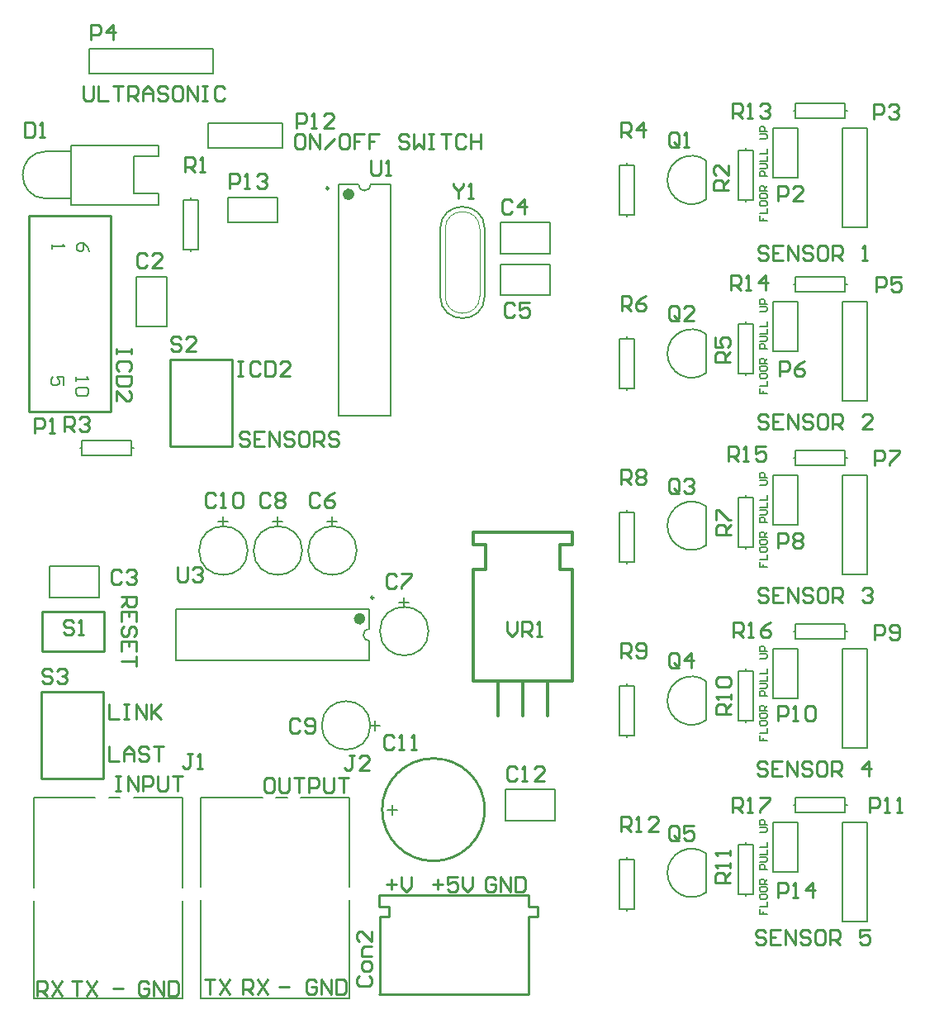
<source format=gto>
%FSLAX23Y23*%
%MOIN*%
G70*
G01*
G75*
%ADD10C,0.047*%
%ADD11C,0.020*%
%ADD12C,0.010*%
%ADD13C,0.055*%
%ADD14R,0.059X0.059*%
%ADD15C,0.059*%
%ADD16C,0.070*%
%ADD17R,0.059X0.059*%
%ADD18C,0.065*%
%ADD19C,0.120*%
%ADD20P,0.130X8X202.5*%
%ADD21C,0.060*%
G04:AMPARAMS|DCode=22|XSize=80mil|YSize=100mil|CornerRadius=0mil|HoleSize=0mil|Usage=FLASHONLY|Rotation=0.000|XOffset=0mil|YOffset=0mil|HoleType=Round|Shape=Octagon|*
%AMOCTAGOND22*
4,1,8,-0.020,0.050,0.020,0.050,0.040,0.030,0.040,-0.030,0.020,-0.050,-0.020,-0.050,-0.040,-0.030,-0.040,0.030,-0.020,0.050,0.0*
%
%ADD22OCTAGOND22*%

%ADD23P,0.213X8X22.5*%
%ADD24C,0.059*%
%ADD25C,0.116*%
%ADD26R,0.059X0.059*%
%ADD27C,0.049*%
%ADD28R,0.049X0.049*%
%ADD29R,0.049X0.049*%
%ADD30O,0.100X0.060*%
G04:AMPARAMS|DCode=31|XSize=100mil|YSize=60mil|CornerRadius=0mil|HoleSize=0mil|Usage=FLASHONLY|Rotation=0.000|XOffset=0mil|YOffset=0mil|HoleType=Round|Shape=Octagon|*
%AMOCTAGOND31*
4,1,8,0.050,-0.015,0.050,0.015,0.035,0.030,-0.035,0.030,-0.050,0.015,-0.050,-0.015,-0.035,-0.030,0.035,-0.030,0.050,-0.015,0.0*
%
%ADD31OCTAGOND31*%

%ADD32R,0.055X0.055*%
%ADD33C,0.055*%
%ADD34O,0.055X0.035*%
%ADD35P,0.216X8X22.5*%
%ADD36C,0.050*%
%ADD37R,0.070X0.040*%
%ADD38R,0.075X0.040*%
%ADD39C,0.005*%
%ADD40C,0.008*%
%ADD41C,0.010*%
%ADD42C,0.024*%
%ADD43C,0.002*%
%ADD44C,0.006*%
%ADD45C,0.012*%
%ADD46C,0.006*%
%ADD47C,0.008*%
D12*
X2521Y1096D02*
Y1410D01*
X2520Y1450D02*
Y1495D01*
X3121Y1096D02*
Y1410D01*
X3121Y1450D02*
Y1495D01*
X2520D02*
X3121D01*
X2520Y1095D02*
X3121D01*
X3121Y1450D02*
X3160D01*
Y1411D02*
Y1450D01*
X3121Y1410D02*
X3160D01*
X2521D02*
X2560D01*
Y1411D02*
Y1450D01*
X2521D02*
X2560D01*
X1675Y3305D02*
Y3655D01*
Y3305D02*
X1925D01*
Y3655D01*
X1675D02*
X1925D01*
X1155Y1965D02*
Y2315D01*
Y1965D02*
X1405D01*
Y2315D01*
X1155D02*
X1405D01*
X1105Y4235D02*
X1435D01*
Y3445D02*
Y4235D01*
X1105Y3445D02*
X1435D01*
X1105D02*
Y4235D01*
X1410Y2480D02*
Y2640D01*
X1160D02*
X1410D01*
X1160Y2480D02*
Y2640D01*
Y2480D02*
X1410D01*
X3945Y1830D02*
Y1890D01*
X3975D01*
X3985Y1880D01*
Y1860D01*
X3975Y1850D01*
X3945D01*
X3965D02*
X3985Y1830D01*
X4005D02*
X4025D01*
X4015D01*
Y1890D01*
X4005Y1880D01*
X4055Y1890D02*
X4095D01*
Y1880D01*
X4055Y1840D01*
Y1830D01*
X3950Y2535D02*
Y2595D01*
X3980D01*
X3990Y2585D01*
Y2565D01*
X3980Y2555D01*
X3950D01*
X3970D02*
X3990Y2535D01*
X4010D02*
X4030D01*
X4020D01*
Y2595D01*
X4010Y2585D01*
X4100Y2595D02*
X4080Y2585D01*
X4060Y2565D01*
Y2545D01*
X4070Y2535D01*
X4090D01*
X4100Y2545D01*
Y2555D01*
X4090Y2565D01*
X4060D01*
X3930Y3245D02*
Y3305D01*
X3960D01*
X3970Y3295D01*
Y3275D01*
X3960Y3265D01*
X3930D01*
X3950D02*
X3970Y3245D01*
X3990D02*
X4010D01*
X4000D01*
Y3305D01*
X3990Y3295D01*
X4080Y3305D02*
X4040D01*
Y3275D01*
X4060Y3285D01*
X4070D01*
X4080Y3275D01*
Y3255D01*
X4070Y3245D01*
X4050D01*
X4040Y3255D01*
X3940Y3935D02*
Y3995D01*
X3970D01*
X3980Y3985D01*
Y3965D01*
X3970Y3955D01*
X3940D01*
X3960D02*
X3980Y3935D01*
X4000D02*
X4020D01*
X4010D01*
Y3995D01*
X4000Y3985D01*
X4080Y3935D02*
Y3995D01*
X4050Y3965D01*
X4090D01*
X3945Y4630D02*
Y4690D01*
X3975D01*
X3985Y4680D01*
Y4660D01*
X3975Y4650D01*
X3945D01*
X3965D02*
X3985Y4630D01*
X4005D02*
X4025D01*
X4015D01*
Y4690D01*
X4005Y4680D01*
X4055D02*
X4065Y4690D01*
X4085D01*
X4095Y4680D01*
Y4670D01*
X4085Y4660D01*
X4075D01*
X4085D01*
X4095Y4650D01*
Y4640D01*
X4085Y4630D01*
X4065D01*
X4055Y4640D01*
X1356Y4944D02*
Y5004D01*
X1386D01*
X1396Y4994D01*
Y4974D01*
X1386Y4964D01*
X1356D01*
X1446Y4944D02*
Y5004D01*
X1416Y4974D01*
X1456D01*
X4130Y1485D02*
Y1545D01*
X4160D01*
X4170Y1535D01*
Y1515D01*
X4160Y1505D01*
X4130D01*
X4190Y1485D02*
X4210D01*
X4200D01*
Y1545D01*
X4190Y1535D01*
X4270Y1485D02*
Y1545D01*
X4240Y1515D01*
X4280D01*
X4130Y2200D02*
Y2260D01*
X4160D01*
X4170Y2250D01*
Y2230D01*
X4160Y2220D01*
X4130D01*
X4190Y2200D02*
X4210D01*
X4200D01*
Y2260D01*
X4190Y2250D01*
X4240D02*
X4250Y2260D01*
X4270D01*
X4280Y2250D01*
Y2210D01*
X4270Y2200D01*
X4250D01*
X4240Y2210D01*
Y2250D01*
X4130Y2895D02*
Y2955D01*
X4160D01*
X4170Y2945D01*
Y2925D01*
X4160Y2915D01*
X4130D01*
X4190Y2945D02*
X4200Y2955D01*
X4220D01*
X4230Y2945D01*
Y2935D01*
X4220Y2925D01*
X4230Y2915D01*
Y2905D01*
X4220Y2895D01*
X4200D01*
X4190Y2905D01*
Y2915D01*
X4200Y2925D01*
X4190Y2935D01*
Y2945D01*
X4200Y2925D02*
X4220D01*
X4135Y3590D02*
Y3650D01*
X4165D01*
X4175Y3640D01*
Y3620D01*
X4165Y3610D01*
X4135D01*
X4235Y3650D02*
X4215Y3640D01*
X4195Y3620D01*
Y3600D01*
X4205Y3590D01*
X4225D01*
X4235Y3600D01*
Y3610D01*
X4225Y3620D01*
X4195D01*
X4130Y4295D02*
Y4355D01*
X4160D01*
X4170Y4345D01*
Y4325D01*
X4160Y4315D01*
X4130D01*
X4230Y4295D02*
X4190D01*
X4230Y4335D01*
Y4345D01*
X4220Y4355D01*
X4200D01*
X4190Y4345D01*
X2440Y1170D02*
X2430Y1160D01*
Y1140D01*
X2440Y1130D01*
X2480D01*
X2490Y1140D01*
Y1160D01*
X2480Y1170D01*
X2490Y1200D02*
Y1220D01*
X2480Y1230D01*
X2460D01*
X2450Y1220D01*
Y1200D01*
X2460Y1190D01*
X2480D01*
X2490Y1200D01*
Y1250D02*
X2450D01*
Y1280D01*
X2460Y1290D01*
X2490D01*
Y1350D02*
Y1310D01*
X2450Y1350D01*
X2440D01*
X2430Y1340D01*
Y1320D01*
X2440Y1310D01*
X1720Y3740D02*
X1710Y3750D01*
X1690D01*
X1680Y3740D01*
Y3730D01*
X1690Y3720D01*
X1710D01*
X1720Y3710D01*
Y3700D01*
X1710Y3690D01*
X1690D01*
X1680Y3700D01*
X1780Y3690D02*
X1740D01*
X1780Y3730D01*
Y3740D01*
X1770Y3750D01*
X1750D01*
X1740Y3740D01*
X2820Y4365D02*
Y4355D01*
X2840Y4335D01*
X2860Y4355D01*
Y4365D01*
X2840Y4335D02*
Y4305D01*
X2880D02*
X2900D01*
X2890D01*
Y4365D01*
X2880Y4355D01*
X3035Y2600D02*
Y2560D01*
X3055Y2540D01*
X3075Y2560D01*
Y2600D01*
X3095Y2540D02*
Y2600D01*
X3125D01*
X3135Y2590D01*
Y2570D01*
X3125Y2560D01*
X3095D01*
X3115D02*
X3135Y2540D01*
X3155D02*
X3175D01*
X3165D01*
Y2600D01*
X3155Y2590D01*
X1706Y2819D02*
Y2769D01*
X1716Y2759D01*
X1736D01*
X1746Y2769D01*
Y2819D01*
X1766Y2809D02*
X1776Y2819D01*
X1796D01*
X1806Y2809D01*
Y2799D01*
X1796Y2789D01*
X1786D01*
X1796D01*
X1806Y2779D01*
Y2769D01*
X1796Y2759D01*
X1776D01*
X1766Y2769D01*
X2485Y4460D02*
Y4410D01*
X2495Y4400D01*
X2515D01*
X2525Y4410D01*
Y4460D01*
X2545Y4400D02*
X2565D01*
X2555D01*
Y4460D01*
X2545Y4450D01*
X1200Y2400D02*
X1190Y2410D01*
X1170D01*
X1160Y2400D01*
Y2390D01*
X1170Y2380D01*
X1190D01*
X1200Y2370D01*
Y2360D01*
X1190Y2350D01*
X1170D01*
X1160Y2360D01*
X1220Y2400D02*
X1230Y2410D01*
X1250D01*
X1260Y2400D01*
Y2390D01*
X1250Y2380D01*
X1240D01*
X1250D01*
X1260Y2370D01*
Y2360D01*
X1250Y2350D01*
X1230D01*
X1220Y2360D01*
X1285Y2595D02*
X1275Y2605D01*
X1255D01*
X1245Y2595D01*
Y2585D01*
X1255Y2575D01*
X1275D01*
X1285Y2565D01*
Y2555D01*
X1275Y2545D01*
X1255D01*
X1245Y2555D01*
X1305Y2545D02*
X1325D01*
X1315D01*
Y2605D01*
X1305Y2595D01*
X1248Y3364D02*
Y3424D01*
X1278D01*
X1288Y3414D01*
Y3394D01*
X1278Y3384D01*
X1248D01*
X1268D02*
X1288Y3364D01*
X1308Y3414D02*
X1318Y3424D01*
X1338D01*
X1348Y3414D01*
Y3404D01*
X1338Y3394D01*
X1328D01*
X1338D01*
X1348Y3384D01*
Y3374D01*
X1338Y3364D01*
X1318D01*
X1308Y3374D01*
X2420Y2060D02*
X2400D01*
X2410D01*
Y2010D01*
X2400Y2000D01*
X2390D01*
X2380Y2010D01*
X2480Y2000D02*
X2440D01*
X2480Y2040D01*
Y2050D01*
X2470Y2060D01*
X2450D01*
X2440Y2050D01*
X1765Y2065D02*
X1745D01*
X1755D01*
Y2015D01*
X1745Y2005D01*
X1735D01*
X1725Y2015D01*
X1785Y2005D02*
X1805D01*
X1795D01*
Y2065D01*
X1785Y2055D01*
X3076Y2007D02*
X3066Y2017D01*
X3046D01*
X3036Y2007D01*
Y1967D01*
X3046Y1957D01*
X3066D01*
X3076Y1967D01*
X3096Y1957D02*
X3116D01*
X3106D01*
Y2017D01*
X3096Y2007D01*
X3186Y1957D02*
X3146D01*
X3186Y1997D01*
Y2007D01*
X3176Y2017D01*
X3156D01*
X3146Y2007D01*
X2577Y2132D02*
X2567Y2142D01*
X2547D01*
X2537Y2132D01*
Y2092D01*
X2547Y2082D01*
X2567D01*
X2577Y2092D01*
X2597Y2082D02*
X2617D01*
X2607D01*
Y2142D01*
X2597Y2132D01*
X2647Y2082D02*
X2667D01*
X2657D01*
Y2142D01*
X2647Y2132D01*
X1857Y3108D02*
X1847Y3118D01*
X1827D01*
X1817Y3108D01*
Y3068D01*
X1827Y3058D01*
X1847D01*
X1857Y3068D01*
X1877Y3058D02*
X1897D01*
X1887D01*
Y3118D01*
X1877Y3108D01*
X1927D02*
X1937Y3118D01*
X1957D01*
X1967Y3108D01*
Y3068D01*
X1957Y3058D01*
X1937D01*
X1927Y3068D01*
Y3108D01*
X2200Y2200D02*
X2190Y2210D01*
X2170D01*
X2160Y2200D01*
Y2160D01*
X2170Y2150D01*
X2190D01*
X2200Y2160D01*
X2220D02*
X2230Y2150D01*
X2250D01*
X2260Y2160D01*
Y2200D01*
X2250Y2210D01*
X2230D01*
X2220Y2200D01*
Y2190D01*
X2230Y2180D01*
X2260D01*
X2077Y3108D02*
X2067Y3118D01*
X2047D01*
X2037Y3108D01*
Y3068D01*
X2047Y3058D01*
X2067D01*
X2077Y3068D01*
X2097Y3108D02*
X2107Y3118D01*
X2127D01*
X2137Y3108D01*
Y3098D01*
X2127Y3088D01*
X2137Y3078D01*
Y3068D01*
X2127Y3058D01*
X2107D01*
X2097Y3068D01*
Y3078D01*
X2107Y3088D01*
X2097Y3098D01*
Y3108D01*
X2107Y3088D02*
X2127D01*
X2587Y2782D02*
X2577Y2792D01*
X2557D01*
X2547Y2782D01*
Y2742D01*
X2557Y2732D01*
X2577D01*
X2587Y2742D01*
X2607Y2792D02*
X2647D01*
Y2782D01*
X2607Y2742D01*
Y2732D01*
X2278Y3108D02*
X2268Y3118D01*
X2248D01*
X2238Y3108D01*
Y3068D01*
X2248Y3058D01*
X2268D01*
X2278Y3068D01*
X2338Y3118D02*
X2318Y3108D01*
X2298Y3088D01*
Y3068D01*
X2308Y3058D01*
X2328D01*
X2338Y3068D01*
Y3078D01*
X2328Y3088D01*
X2298D01*
X3065Y3875D02*
X3055Y3885D01*
X3035D01*
X3025Y3875D01*
Y3835D01*
X3035Y3825D01*
X3055D01*
X3065Y3835D01*
X3125Y3885D02*
X3085D01*
Y3855D01*
X3105Y3865D01*
X3115D01*
X3125Y3855D01*
Y3835D01*
X3115Y3825D01*
X3095D01*
X3085Y3835D01*
X3056Y4292D02*
X3046Y4302D01*
X3026D01*
X3016Y4292D01*
Y4252D01*
X3026Y4242D01*
X3046D01*
X3056Y4252D01*
X3106Y4242D02*
Y4302D01*
X3076Y4272D01*
X3116D01*
X1480Y2800D02*
X1470Y2810D01*
X1450D01*
X1440Y2800D01*
Y2760D01*
X1450Y2750D01*
X1470D01*
X1480Y2760D01*
X1500Y2800D02*
X1510Y2810D01*
X1530D01*
X1540Y2800D01*
Y2790D01*
X1530Y2780D01*
X1520D01*
X1530D01*
X1540Y2770D01*
Y2760D01*
X1530Y2750D01*
X1510D01*
X1500Y2760D01*
X1583Y4074D02*
X1573Y4084D01*
X1553D01*
X1543Y4074D01*
Y4034D01*
X1553Y4024D01*
X1573D01*
X1583Y4034D01*
X1643Y4024D02*
X1603D01*
X1643Y4064D01*
Y4074D01*
X1633Y4084D01*
X1613D01*
X1603Y4074D01*
X1520Y3700D02*
Y3680D01*
Y3690D01*
X1460D01*
Y3700D01*
Y3680D01*
X1510Y3610D02*
X1520Y3620D01*
Y3640D01*
X1510Y3650D01*
X1470D01*
X1460Y3640D01*
Y3620D01*
X1470Y3610D01*
X1520Y3590D02*
X1460D01*
Y3560D01*
X1470Y3550D01*
X1510D01*
X1520Y3560D01*
Y3590D01*
X1460Y3490D02*
Y3530D01*
X1500Y3490D01*
X1510D01*
X1520Y3500D01*
Y3520D01*
X1510Y3530D01*
X1130Y3360D02*
Y3420D01*
X1160D01*
X1170Y3410D01*
Y3390D01*
X1160Y3380D01*
X1130D01*
X1190Y3360D02*
X1210D01*
X1200D01*
Y3420D01*
X1190Y3410D01*
X1736Y4412D02*
Y4472D01*
X1766D01*
X1776Y4462D01*
Y4442D01*
X1766Y4432D01*
X1736D01*
X1756D02*
X1776Y4412D01*
X1796D02*
X1816D01*
X1806D01*
Y4472D01*
X1796Y4462D01*
X1087Y4612D02*
Y4552D01*
X1117D01*
X1127Y4562D01*
Y4602D01*
X1117Y4612D01*
X1087D01*
X1147Y4552D02*
X1167D01*
X1157D01*
Y4612D01*
X1147Y4602D01*
X3930Y4340D02*
X3870D01*
Y4370D01*
X3880Y4380D01*
X3900D01*
X3910Y4370D01*
Y4340D01*
Y4360D02*
X3930Y4380D01*
Y4440D02*
Y4400D01*
X3890Y4440D01*
X3880D01*
X3870Y4430D01*
Y4410D01*
X3880Y4400D01*
X4515Y4625D02*
Y4685D01*
X4545D01*
X4555Y4675D01*
Y4655D01*
X4545Y4645D01*
X4515D01*
X4575Y4675D02*
X4585Y4685D01*
X4605D01*
X4615Y4675D01*
Y4665D01*
X4605Y4655D01*
X4595D01*
X4605D01*
X4615Y4645D01*
Y4635D01*
X4605Y4625D01*
X4585D01*
X4575Y4635D01*
X3728Y4522D02*
Y4562D01*
X3718Y4572D01*
X3698D01*
X3688Y4562D01*
Y4522D01*
X3698Y4512D01*
X3718D01*
X3708Y4532D02*
X3728Y4512D01*
X3718D02*
X3728Y4522D01*
X3748Y4512D02*
X3768D01*
X3758D01*
Y4572D01*
X3748Y4562D01*
X3496Y4552D02*
Y4612D01*
X3526D01*
X3536Y4602D01*
Y4582D01*
X3526Y4572D01*
X3496D01*
X3516D02*
X3536Y4552D01*
X3586D02*
Y4612D01*
X3556Y4582D01*
X3596D01*
X3935Y1545D02*
X3875D01*
Y1575D01*
X3885Y1585D01*
X3905D01*
X3915Y1575D01*
Y1545D01*
Y1565D02*
X3935Y1585D01*
Y1605D02*
Y1625D01*
Y1615D01*
X3875D01*
X3885Y1605D01*
X3935Y1655D02*
Y1675D01*
Y1665D01*
X3875D01*
X3885Y1655D01*
X3496Y1752D02*
Y1812D01*
X3526D01*
X3536Y1802D01*
Y1782D01*
X3526Y1772D01*
X3496D01*
X3516D02*
X3536Y1752D01*
X3556D02*
X3576D01*
X3566D01*
Y1812D01*
X3556Y1802D01*
X3646Y1752D02*
X3606D01*
X3646Y1792D01*
Y1802D01*
X3636Y1812D01*
X3616D01*
X3606Y1802D01*
X3940Y2225D02*
X3880D01*
Y2255D01*
X3890Y2265D01*
X3910D01*
X3920Y2255D01*
Y2225D01*
Y2245D02*
X3940Y2265D01*
Y2285D02*
Y2305D01*
Y2295D01*
X3880D01*
X3890Y2285D01*
Y2335D02*
X3880Y2345D01*
Y2365D01*
X3890Y2375D01*
X3930D01*
X3940Y2365D01*
Y2345D01*
X3930Y2335D01*
X3890D01*
X3940Y2950D02*
X3880D01*
Y2980D01*
X3890Y2990D01*
X3910D01*
X3920Y2980D01*
Y2950D01*
Y2970D02*
X3940Y2990D01*
X3880Y3010D02*
Y3050D01*
X3890D01*
X3930Y3010D01*
X3940D01*
X3496Y2452D02*
Y2512D01*
X3526D01*
X3536Y2502D01*
Y2482D01*
X3526Y2472D01*
X3496D01*
X3516D02*
X3536Y2452D01*
X3556Y2462D02*
X3566Y2452D01*
X3586D01*
X3596Y2462D01*
Y2502D01*
X3586Y2512D01*
X3566D01*
X3556Y2502D01*
Y2492D01*
X3566Y2482D01*
X3596D01*
X3496Y3152D02*
Y3212D01*
X3526D01*
X3536Y3202D01*
Y3182D01*
X3526Y3172D01*
X3496D01*
X3516D02*
X3536Y3152D01*
X3556Y3202D02*
X3566Y3212D01*
X3586D01*
X3596Y3202D01*
Y3192D01*
X3586Y3182D01*
X3596Y3172D01*
Y3162D01*
X3586Y3152D01*
X3566D01*
X3556Y3162D01*
Y3172D01*
X3566Y3182D01*
X3556Y3192D01*
Y3202D01*
X3566Y3182D02*
X3586D01*
X3935Y3645D02*
X3875D01*
Y3675D01*
X3885Y3685D01*
X3905D01*
X3915Y3675D01*
Y3645D01*
Y3665D02*
X3935Y3685D01*
X3875Y3745D02*
Y3705D01*
X3905D01*
X3895Y3725D01*
Y3735D01*
X3905Y3745D01*
X3925D01*
X3935Y3735D01*
Y3715D01*
X3925Y3705D01*
X3497Y3852D02*
Y3911D01*
X3526D01*
X3536Y3901D01*
Y3881D01*
X3526Y3871D01*
X3497D01*
X3516D02*
X3536Y3852D01*
X3596Y3911D02*
X3576Y3901D01*
X3556Y3881D01*
Y3861D01*
X3566Y3852D01*
X3586D01*
X3596Y3861D01*
Y3871D01*
X3586Y3881D01*
X3556D01*
X3728Y1726D02*
Y1766D01*
X3718Y1776D01*
X3698D01*
X3688Y1766D01*
Y1726D01*
X3698Y1717D01*
X3718D01*
X3708Y1736D02*
X3728Y1717D01*
X3718D02*
X3728Y1726D01*
X3788Y1776D02*
X3748D01*
Y1746D01*
X3768Y1756D01*
X3778D01*
X3788Y1746D01*
Y1726D01*
X3778Y1717D01*
X3758D01*
X3748Y1726D01*
X3728Y2421D02*
Y2461D01*
X3718Y2471D01*
X3698D01*
X3688Y2461D01*
Y2421D01*
X3698Y2411D01*
X3718D01*
X3708Y2431D02*
X3728Y2411D01*
X3718D02*
X3728Y2421D01*
X3778Y2411D02*
Y2471D01*
X3748Y2441D01*
X3788D01*
X3728Y3126D02*
Y3166D01*
X3718Y3176D01*
X3698D01*
X3688Y3166D01*
Y3126D01*
X3698Y3116D01*
X3718D01*
X3708Y3136D02*
X3728Y3116D01*
X3718D02*
X3728Y3126D01*
X3748Y3166D02*
X3758Y3176D01*
X3778D01*
X3788Y3166D01*
Y3156D01*
X3778Y3146D01*
X3768D01*
X3778D01*
X3788Y3136D01*
Y3126D01*
X3778Y3116D01*
X3758D01*
X3748Y3126D01*
X3728Y3821D02*
Y3861D01*
X3718Y3871D01*
X3698D01*
X3688Y3861D01*
Y3821D01*
X3698Y3812D01*
X3718D01*
X3708Y3831D02*
X3728Y3812D01*
X3718D02*
X3728Y3821D01*
X3788Y3812D02*
X3748D01*
X3788Y3851D01*
Y3861D01*
X3778Y3871D01*
X3758D01*
X3748Y3861D01*
X1916Y4344D02*
Y4404D01*
X1946D01*
X1956Y4394D01*
Y4374D01*
X1946Y4364D01*
X1916D01*
X1976Y4344D02*
X1996D01*
X1986D01*
Y4404D01*
X1976Y4394D01*
X2026D02*
X2036Y4404D01*
X2056D01*
X2066Y4394D01*
Y4384D01*
X2056Y4374D01*
X2046D01*
X2056D01*
X2066Y4364D01*
Y4354D01*
X2056Y4344D01*
X2036D01*
X2026Y4354D01*
X2185Y4590D02*
Y4650D01*
X2215D01*
X2225Y4640D01*
Y4620D01*
X2215Y4610D01*
X2185D01*
X2245Y4590D02*
X2265D01*
X2255D01*
Y4650D01*
X2245Y4640D01*
X2335Y4590D02*
X2295D01*
X2335Y4630D01*
Y4640D01*
X2325Y4650D01*
X2305D01*
X2295Y4640D01*
X4500Y1830D02*
Y1890D01*
X4530D01*
X4540Y1880D01*
Y1860D01*
X4530Y1850D01*
X4500D01*
X4560Y1830D02*
X4580D01*
X4570D01*
Y1890D01*
X4560Y1880D01*
X4610Y1830D02*
X4630D01*
X4620D01*
Y1890D01*
X4610Y1880D01*
X4520Y2525D02*
Y2585D01*
X4550D01*
X4560Y2575D01*
Y2555D01*
X4550Y2545D01*
X4520D01*
X4580Y2535D02*
X4590Y2525D01*
X4610D01*
X4620Y2535D01*
Y2575D01*
X4610Y2585D01*
X4590D01*
X4580Y2575D01*
Y2565D01*
X4590Y2555D01*
X4620D01*
X4520Y3230D02*
Y3290D01*
X4550D01*
X4560Y3280D01*
Y3260D01*
X4550Y3250D01*
X4520D01*
X4580Y3290D02*
X4620D01*
Y3280D01*
X4580Y3240D01*
Y3230D01*
X4525Y3930D02*
Y3990D01*
X4555D01*
X4565Y3980D01*
Y3960D01*
X4555Y3950D01*
X4525D01*
X4625Y3990D02*
X4585D01*
Y3960D01*
X4605Y3970D01*
X4615D01*
X4625Y3960D01*
Y3940D01*
X4615Y3930D01*
X4595D01*
X4585Y3940D01*
X2210Y4565D02*
X2190D01*
X2180Y4555D01*
Y4515D01*
X2190Y4505D01*
X2210D01*
X2220Y4515D01*
Y4555D01*
X2210Y4565D01*
X2240Y4505D02*
Y4565D01*
X2280Y4505D01*
Y4565D01*
X2300Y4505D02*
X2340Y4545D01*
X2390Y4565D02*
X2370D01*
X2360Y4555D01*
Y4515D01*
X2370Y4505D01*
X2390D01*
X2400Y4515D01*
Y4555D01*
X2390Y4565D01*
X2460D02*
X2420D01*
Y4535D01*
X2440D01*
X2420D01*
Y4505D01*
X2520Y4565D02*
X2480D01*
Y4535D01*
X2500D01*
X2480D01*
Y4505D01*
X2640Y4555D02*
X2630Y4565D01*
X2610D01*
X2600Y4555D01*
Y4545D01*
X2610Y4535D01*
X2630D01*
X2640Y4525D01*
Y4515D01*
X2630Y4505D01*
X2610D01*
X2600Y4515D01*
X2660Y4565D02*
Y4505D01*
X2680Y4525D01*
X2700Y4505D01*
Y4565D01*
X2720D02*
X2740D01*
X2730D01*
Y4505D01*
X2720D01*
X2740D01*
X2770Y4565D02*
X2810D01*
X2790D01*
Y4505D01*
X2870Y4555D02*
X2860Y4565D01*
X2840D01*
X2830Y4555D01*
Y4515D01*
X2840Y4505D01*
X2860D01*
X2870Y4515D01*
X2890Y4565D02*
Y4505D01*
Y4535D01*
X2930D01*
Y4565D01*
Y4505D01*
X1325Y4760D02*
Y4710D01*
X1335Y4700D01*
X1355D01*
X1365Y4710D01*
Y4760D01*
X1385D02*
Y4700D01*
X1425D01*
X1445Y4760D02*
X1485D01*
X1465D01*
Y4700D01*
X1505D02*
Y4760D01*
X1535D01*
X1545Y4750D01*
Y4730D01*
X1535Y4720D01*
X1505D01*
X1525D02*
X1545Y4700D01*
X1565D02*
Y4740D01*
X1585Y4760D01*
X1605Y4740D01*
Y4700D01*
Y4730D01*
X1565D01*
X1665Y4750D02*
X1655Y4760D01*
X1635D01*
X1625Y4750D01*
Y4740D01*
X1635Y4730D01*
X1655D01*
X1665Y4720D01*
Y4710D01*
X1655Y4700D01*
X1635D01*
X1625Y4710D01*
X1715Y4760D02*
X1695D01*
X1685Y4750D01*
Y4710D01*
X1695Y4700D01*
X1715D01*
X1725Y4710D01*
Y4750D01*
X1715Y4760D01*
X1745Y4700D02*
Y4760D01*
X1785Y4700D01*
Y4760D01*
X1805D02*
X1825D01*
X1815D01*
Y4700D01*
X1805D01*
X1825D01*
X1895Y4750D02*
X1885Y4760D01*
X1865D01*
X1855Y4750D01*
Y4710D01*
X1865Y4700D01*
X1885D01*
X1895Y4710D01*
X4080Y1345D02*
X4070Y1355D01*
X4050D01*
X4040Y1345D01*
Y1335D01*
X4050Y1325D01*
X4070D01*
X4080Y1315D01*
Y1305D01*
X4070Y1295D01*
X4050D01*
X4040Y1305D01*
X4140Y1355D02*
X4100D01*
Y1295D01*
X4140D01*
X4100Y1325D02*
X4120D01*
X4160Y1295D02*
Y1355D01*
X4200Y1295D01*
Y1355D01*
X4260Y1345D02*
X4250Y1355D01*
X4230D01*
X4220Y1345D01*
Y1335D01*
X4230Y1325D01*
X4250D01*
X4260Y1315D01*
Y1305D01*
X4250Y1295D01*
X4230D01*
X4220Y1305D01*
X4310Y1355D02*
X4290D01*
X4280Y1345D01*
Y1305D01*
X4290Y1295D01*
X4310D01*
X4320Y1305D01*
Y1345D01*
X4310Y1355D01*
X4340Y1295D02*
Y1355D01*
X4370D01*
X4380Y1345D01*
Y1325D01*
X4370Y1315D01*
X4340D01*
X4360D02*
X4380Y1295D01*
X4500Y1355D02*
X4460D01*
Y1325D01*
X4480Y1335D01*
X4490D01*
X4500Y1325D01*
Y1305D01*
X4490Y1295D01*
X4470D01*
X4460Y1305D01*
X4085Y2025D02*
X4075Y2035D01*
X4055D01*
X4045Y2025D01*
Y2015D01*
X4055Y2005D01*
X4075D01*
X4085Y1995D01*
Y1985D01*
X4075Y1975D01*
X4055D01*
X4045Y1985D01*
X4145Y2035D02*
X4105D01*
Y1975D01*
X4145D01*
X4105Y2005D02*
X4125D01*
X4165Y1975D02*
Y2035D01*
X4205Y1975D01*
Y2035D01*
X4265Y2025D02*
X4255Y2035D01*
X4235D01*
X4225Y2025D01*
Y2015D01*
X4235Y2005D01*
X4255D01*
X4265Y1995D01*
Y1985D01*
X4255Y1975D01*
X4235D01*
X4225Y1985D01*
X4315Y2035D02*
X4295D01*
X4285Y2025D01*
Y1985D01*
X4295Y1975D01*
X4315D01*
X4325Y1985D01*
Y2025D01*
X4315Y2035D01*
X4345Y1975D02*
Y2035D01*
X4375D01*
X4385Y2025D01*
Y2005D01*
X4375Y1995D01*
X4345D01*
X4365D02*
X4385Y1975D01*
X4495D02*
Y2035D01*
X4465Y2005D01*
X4505D01*
X4090Y2725D02*
X4080Y2735D01*
X4060D01*
X4050Y2725D01*
Y2715D01*
X4060Y2705D01*
X4080D01*
X4090Y2695D01*
Y2685D01*
X4080Y2675D01*
X4060D01*
X4050Y2685D01*
X4150Y2735D02*
X4110D01*
Y2675D01*
X4150D01*
X4110Y2705D02*
X4130D01*
X4170Y2675D02*
Y2735D01*
X4210Y2675D01*
Y2735D01*
X4270Y2725D02*
X4260Y2735D01*
X4240D01*
X4230Y2725D01*
Y2715D01*
X4240Y2705D01*
X4260D01*
X4270Y2695D01*
Y2685D01*
X4260Y2675D01*
X4240D01*
X4230Y2685D01*
X4320Y2735D02*
X4300D01*
X4290Y2725D01*
Y2685D01*
X4300Y2675D01*
X4320D01*
X4330Y2685D01*
Y2725D01*
X4320Y2735D01*
X4350Y2675D02*
Y2735D01*
X4380D01*
X4390Y2725D01*
Y2705D01*
X4380Y2695D01*
X4350D01*
X4370D02*
X4390Y2675D01*
X4470Y2725D02*
X4480Y2735D01*
X4500D01*
X4510Y2725D01*
Y2715D01*
X4500Y2705D01*
X4490D01*
X4500D01*
X4510Y2695D01*
Y2685D01*
X4500Y2675D01*
X4480D01*
X4470Y2685D01*
X4090Y3425D02*
X4080Y3435D01*
X4060D01*
X4050Y3425D01*
Y3415D01*
X4060Y3405D01*
X4080D01*
X4090Y3395D01*
Y3385D01*
X4080Y3375D01*
X4060D01*
X4050Y3385D01*
X4150Y3435D02*
X4110D01*
Y3375D01*
X4150D01*
X4110Y3405D02*
X4130D01*
X4170Y3375D02*
Y3435D01*
X4210Y3375D01*
Y3435D01*
X4270Y3425D02*
X4260Y3435D01*
X4240D01*
X4230Y3425D01*
Y3415D01*
X4240Y3405D01*
X4260D01*
X4270Y3395D01*
Y3385D01*
X4260Y3375D01*
X4240D01*
X4230Y3385D01*
X4320Y3435D02*
X4300D01*
X4290Y3425D01*
Y3385D01*
X4300Y3375D01*
X4320D01*
X4330Y3385D01*
Y3425D01*
X4320Y3435D01*
X4350Y3375D02*
Y3435D01*
X4380D01*
X4390Y3425D01*
Y3405D01*
X4380Y3395D01*
X4350D01*
X4370D02*
X4390Y3375D01*
X4510D02*
X4470D01*
X4510Y3415D01*
Y3425D01*
X4500Y3435D01*
X4480D01*
X4470Y3425D01*
X4090Y4105D02*
X4080Y4115D01*
X4060D01*
X4050Y4105D01*
Y4095D01*
X4060Y4085D01*
X4080D01*
X4090Y4075D01*
Y4065D01*
X4080Y4055D01*
X4060D01*
X4050Y4065D01*
X4150Y4115D02*
X4110D01*
Y4055D01*
X4150D01*
X4110Y4085D02*
X4130D01*
X4170Y4055D02*
Y4115D01*
X4210Y4055D01*
Y4115D01*
X4270Y4105D02*
X4260Y4115D01*
X4240D01*
X4230Y4105D01*
Y4095D01*
X4240Y4085D01*
X4260D01*
X4270Y4075D01*
Y4065D01*
X4260Y4055D01*
X4240D01*
X4230Y4065D01*
X4320Y4115D02*
X4300D01*
X4290Y4105D01*
Y4065D01*
X4300Y4055D01*
X4320D01*
X4330Y4065D01*
Y4105D01*
X4320Y4115D01*
X4350Y4055D02*
Y4115D01*
X4380D01*
X4390Y4105D01*
Y4085D01*
X4380Y4075D01*
X4350D01*
X4370D02*
X4390Y4055D01*
X4470D02*
X4490D01*
X4480D01*
Y4115D01*
X4470Y4105D01*
X1970Y1095D02*
Y1155D01*
X2000D01*
X2010Y1145D01*
Y1125D01*
X2000Y1115D01*
X1970D01*
X1990D02*
X2010Y1095D01*
X2030Y1155D02*
X2070Y1095D01*
Y1155D02*
X2030Y1095D01*
X1280Y1150D02*
X1320D01*
X1300D01*
Y1090D01*
X1340Y1150D02*
X1380Y1090D01*
Y1150D02*
X1340Y1090D01*
X1140D02*
Y1150D01*
X1170D01*
X1180Y1140D01*
Y1120D01*
X1170Y1110D01*
X1140D01*
X1160D02*
X1180Y1090D01*
X1200Y1150D02*
X1240Y1090D01*
Y1150D02*
X1200Y1090D01*
X1445Y1120D02*
X1485D01*
X1590Y1140D02*
X1580Y1150D01*
X1560D01*
X1550Y1140D01*
Y1100D01*
X1560Y1090D01*
X1580D01*
X1590Y1100D01*
Y1120D01*
X1570D01*
X1610Y1090D02*
Y1150D01*
X1650Y1090D01*
Y1150D01*
X1670D02*
Y1090D01*
X1700D01*
X1710Y1100D01*
Y1140D01*
X1700Y1150D01*
X1670D01*
X2265Y1145D02*
X2255Y1155D01*
X2235D01*
X2225Y1145D01*
Y1105D01*
X2235Y1095D01*
X2255D01*
X2265Y1105D01*
Y1125D01*
X2245D01*
X2285Y1095D02*
Y1155D01*
X2325Y1095D01*
Y1155D01*
X2345D02*
Y1095D01*
X2375D01*
X2385Y1105D01*
Y1145D01*
X2375Y1155D01*
X2345D01*
X2115Y1125D02*
X2155D01*
X1815Y1155D02*
X1855D01*
X1835D01*
Y1095D01*
X1875Y1155D02*
X1915Y1095D01*
Y1155D02*
X1875Y1095D01*
X1995Y3355D02*
X1985Y3365D01*
X1965D01*
X1955Y3355D01*
Y3345D01*
X1965Y3335D01*
X1985D01*
X1995Y3325D01*
Y3315D01*
X1985Y3305D01*
X1965D01*
X1955Y3315D01*
X2055Y3365D02*
X2015D01*
Y3305D01*
X2055D01*
X2015Y3335D02*
X2035D01*
X2075Y3305D02*
Y3365D01*
X2115Y3305D01*
Y3365D01*
X2175Y3355D02*
X2165Y3365D01*
X2145D01*
X2135Y3355D01*
Y3345D01*
X2145Y3335D01*
X2165D01*
X2175Y3325D01*
Y3315D01*
X2165Y3305D01*
X2145D01*
X2135Y3315D01*
X2225Y3365D02*
X2205D01*
X2195Y3355D01*
Y3315D01*
X2205Y3305D01*
X2225D01*
X2235Y3315D01*
Y3355D01*
X2225Y3365D01*
X2255Y3305D02*
Y3365D01*
X2285D01*
X2295Y3355D01*
Y3335D01*
X2285Y3325D01*
X2255D01*
X2275D02*
X2295Y3305D01*
X2355Y3355D02*
X2345Y3365D01*
X2325D01*
X2315Y3355D01*
Y3345D01*
X2325Y3335D01*
X2345D01*
X2355Y3325D01*
Y3315D01*
X2345Y3305D01*
X2325D01*
X2315Y3315D01*
X1950Y3650D02*
X1970D01*
X1960D01*
Y3590D01*
X1950D01*
X1970D01*
X2040Y3640D02*
X2030Y3650D01*
X2010D01*
X2000Y3640D01*
Y3600D01*
X2010Y3590D01*
X2030D01*
X2040Y3600D01*
X2060Y3650D02*
Y3590D01*
X2090D01*
X2100Y3600D01*
Y3640D01*
X2090Y3650D01*
X2060D01*
X2160Y3590D02*
X2120D01*
X2160Y3630D01*
Y3640D01*
X2150Y3650D01*
X2130D01*
X2120Y3640D01*
X1480Y2700D02*
X1540D01*
Y2670D01*
X1530Y2660D01*
X1510D01*
X1500Y2670D01*
Y2700D01*
Y2680D02*
X1480Y2660D01*
X1540Y2600D02*
Y2640D01*
X1480D01*
Y2600D01*
X1510Y2640D02*
Y2620D01*
X1530Y2540D02*
X1540Y2550D01*
Y2570D01*
X1530Y2580D01*
X1520D01*
X1510Y2570D01*
Y2550D01*
X1500Y2540D01*
X1490D01*
X1480Y2550D01*
Y2570D01*
X1490Y2580D01*
X1540Y2480D02*
Y2520D01*
X1480D01*
Y2480D01*
X1510Y2520D02*
Y2500D01*
X1540Y2460D02*
Y2420D01*
Y2440D01*
X1480D01*
X2085Y1970D02*
X2065D01*
X2055Y1960D01*
Y1920D01*
X2065Y1910D01*
X2085D01*
X2095Y1920D01*
Y1960D01*
X2085Y1970D01*
X2115D02*
Y1920D01*
X2125Y1910D01*
X2145D01*
X2155Y1920D01*
Y1970D01*
X2175D02*
X2215D01*
X2195D01*
Y1910D01*
X2235D02*
Y1970D01*
X2265D01*
X2275Y1960D01*
Y1940D01*
X2265Y1930D01*
X2235D01*
X2295Y1970D02*
Y1920D01*
X2305Y1910D01*
X2325D01*
X2335Y1920D01*
Y1970D01*
X2355D02*
X2395D01*
X2375D01*
Y1910D01*
X1455Y1975D02*
X1475D01*
X1465D01*
Y1915D01*
X1455D01*
X1475D01*
X1505D02*
Y1975D01*
X1545Y1915D01*
Y1975D01*
X1565Y1915D02*
Y1975D01*
X1595D01*
X1605Y1965D01*
Y1945D01*
X1595Y1935D01*
X1565D01*
X1625Y1975D02*
Y1925D01*
X1635Y1915D01*
X1655D01*
X1665Y1925D01*
Y1975D01*
X1685D02*
X1725D01*
X1705D01*
Y1915D01*
X1430Y2095D02*
Y2035D01*
X1470D01*
X1490D02*
Y2075D01*
X1510Y2095D01*
X1530Y2075D01*
Y2035D01*
Y2065D01*
X1490D01*
X1590Y2085D02*
X1580Y2095D01*
X1560D01*
X1550Y2085D01*
Y2075D01*
X1560Y2065D01*
X1580D01*
X1590Y2055D01*
Y2045D01*
X1580Y2035D01*
X1560D01*
X1550Y2045D01*
X1610Y2095D02*
X1650D01*
X1630D01*
Y2035D01*
X1430Y2265D02*
Y2205D01*
X1470D01*
X1490Y2265D02*
X1510D01*
X1500D01*
Y2205D01*
X1490D01*
X1510D01*
X1540D02*
Y2265D01*
X1580Y2205D01*
Y2265D01*
X1600D02*
Y2205D01*
Y2225D01*
X1640Y2265D01*
X1610Y2235D01*
X1640Y2205D01*
X2990Y1560D02*
X2980Y1570D01*
X2960D01*
X2950Y1560D01*
Y1520D01*
X2960Y1510D01*
X2980D01*
X2990Y1520D01*
Y1540D01*
X2970D01*
X3010Y1510D02*
Y1570D01*
X3050Y1510D01*
Y1570D01*
X3070D02*
Y1510D01*
X3100D01*
X3110Y1520D01*
Y1560D01*
X3100Y1570D01*
X3070D01*
X2735Y1540D02*
X2775D01*
X2755Y1560D02*
Y1520D01*
X2835Y1570D02*
X2795D01*
Y1540D01*
X2815Y1550D01*
X2825D01*
X2835Y1540D01*
Y1520D01*
X2825Y1510D01*
X2805D01*
X2795Y1520D01*
X2855Y1570D02*
Y1530D01*
X2875Y1510D01*
X2895Y1530D01*
Y1570D01*
X2550Y1540D02*
X2590D01*
X2570Y1560D02*
Y1520D01*
X2610Y1570D02*
Y1530D01*
X2630Y1510D01*
X2650Y1530D01*
Y1570D01*
D39*
X1175Y4495D02*
G03*
X1175Y4305I0J-95D01*
G01*
X1275Y4520D02*
X1630D01*
X1275Y4280D02*
Y4520D01*
Y4280D02*
X1630D01*
X1175Y4495D02*
X1275D01*
X1175Y4305D02*
X1275D01*
X1630Y4475D02*
Y4520D01*
X1530Y4475D02*
X1630D01*
X1530Y4325D02*
Y4475D01*
Y4325D02*
X1630D01*
Y4280D02*
Y4325D01*
X4055Y1440D02*
Y1420D01*
X4070D01*
Y1430D01*
Y1420D01*
X4085D01*
X4055Y1450D02*
X4085D01*
Y1470D01*
X4055Y1495D02*
Y1485D01*
X4060Y1480D01*
X4080D01*
X4085Y1485D01*
Y1495D01*
X4080Y1500D01*
X4060D01*
X4055Y1495D01*
Y1525D02*
Y1515D01*
X4060Y1510D01*
X4080D01*
X4085Y1515D01*
Y1525D01*
X4080Y1530D01*
X4060D01*
X4055Y1525D01*
X4085Y1540D02*
X4055D01*
Y1555D01*
X4060Y1560D01*
X4070D01*
X4075Y1555D01*
Y1540D01*
Y1550D02*
X4085Y1560D01*
Y1600D02*
X4055D01*
Y1615D01*
X4060Y1620D01*
X4070D01*
X4075Y1615D01*
Y1600D01*
X4055Y1630D02*
X4080D01*
X4085Y1635D01*
Y1645D01*
X4080Y1650D01*
X4055D01*
Y1660D02*
X4085D01*
Y1680D01*
X4055Y1690D02*
X4085D01*
Y1710D01*
X4055Y1750D02*
X4080D01*
X4085Y1755D01*
Y1765D01*
X4080Y1770D01*
X4055D01*
X4085Y1780D02*
X4055D01*
Y1795D01*
X4060Y1800D01*
X4070D01*
X4075Y1795D01*
Y1780D01*
X4055Y2140D02*
Y2120D01*
X4070D01*
Y2130D01*
Y2120D01*
X4085D01*
X4055Y2150D02*
X4085D01*
Y2170D01*
X4055Y2195D02*
Y2185D01*
X4060Y2180D01*
X4080D01*
X4085Y2185D01*
Y2195D01*
X4080Y2200D01*
X4060D01*
X4055Y2195D01*
Y2225D02*
Y2215D01*
X4060Y2210D01*
X4080D01*
X4085Y2215D01*
Y2225D01*
X4080Y2230D01*
X4060D01*
X4055Y2225D01*
X4085Y2240D02*
X4055D01*
Y2255D01*
X4060Y2260D01*
X4070D01*
X4075Y2255D01*
Y2240D01*
Y2250D02*
X4085Y2260D01*
Y2300D02*
X4055D01*
Y2315D01*
X4060Y2320D01*
X4070D01*
X4075Y2315D01*
Y2300D01*
X4055Y2330D02*
X4080D01*
X4085Y2335D01*
Y2345D01*
X4080Y2350D01*
X4055D01*
Y2360D02*
X4085D01*
Y2380D01*
X4055Y2390D02*
X4085D01*
Y2410D01*
X4055Y2450D02*
X4080D01*
X4085Y2455D01*
Y2465D01*
X4080Y2470D01*
X4055D01*
X4085Y2480D02*
X4055D01*
Y2495D01*
X4060Y2500D01*
X4070D01*
X4075Y2495D01*
Y2480D01*
X4055Y2840D02*
Y2820D01*
X4070D01*
Y2830D01*
Y2820D01*
X4085D01*
X4055Y2850D02*
X4085D01*
Y2870D01*
X4055Y2895D02*
Y2885D01*
X4060Y2880D01*
X4080D01*
X4085Y2885D01*
Y2895D01*
X4080Y2900D01*
X4060D01*
X4055Y2895D01*
Y2925D02*
Y2915D01*
X4060Y2910D01*
X4080D01*
X4085Y2915D01*
Y2925D01*
X4080Y2930D01*
X4060D01*
X4055Y2925D01*
X4085Y2940D02*
X4055D01*
Y2955D01*
X4060Y2960D01*
X4070D01*
X4075Y2955D01*
Y2940D01*
Y2950D02*
X4085Y2960D01*
Y3000D02*
X4055D01*
Y3015D01*
X4060Y3020D01*
X4070D01*
X4075Y3015D01*
Y3000D01*
X4055Y3030D02*
X4080D01*
X4085Y3035D01*
Y3045D01*
X4080Y3050D01*
X4055D01*
Y3060D02*
X4085D01*
Y3080D01*
X4055Y3090D02*
X4085D01*
Y3110D01*
X4055Y3150D02*
X4080D01*
X4085Y3155D01*
Y3165D01*
X4080Y3170D01*
X4055D01*
X4085Y3180D02*
X4055D01*
Y3195D01*
X4060Y3200D01*
X4070D01*
X4075Y3195D01*
Y3180D01*
X4055Y3540D02*
Y3520D01*
X4070D01*
Y3530D01*
Y3520D01*
X4085D01*
X4055Y3550D02*
X4085D01*
Y3570D01*
X4055Y3595D02*
Y3585D01*
X4060Y3580D01*
X4080D01*
X4085Y3585D01*
Y3595D01*
X4080Y3600D01*
X4060D01*
X4055Y3595D01*
Y3625D02*
Y3615D01*
X4060Y3610D01*
X4080D01*
X4085Y3615D01*
Y3625D01*
X4080Y3630D01*
X4060D01*
X4055Y3625D01*
X4085Y3640D02*
X4055D01*
Y3655D01*
X4060Y3660D01*
X4070D01*
X4075Y3655D01*
Y3640D01*
Y3650D02*
X4085Y3660D01*
Y3700D02*
X4055D01*
Y3715D01*
X4060Y3720D01*
X4070D01*
X4075Y3715D01*
Y3700D01*
X4055Y3730D02*
X4080D01*
X4085Y3735D01*
Y3745D01*
X4080Y3750D01*
X4055D01*
Y3760D02*
X4085D01*
Y3780D01*
X4055Y3790D02*
X4085D01*
Y3810D01*
X4055Y3850D02*
X4080D01*
X4085Y3855D01*
Y3865D01*
X4080Y3870D01*
X4055D01*
X4085Y3880D02*
X4055D01*
Y3895D01*
X4060Y3900D01*
X4070D01*
X4075Y3895D01*
Y3880D01*
X4055Y4235D02*
Y4215D01*
X4070D01*
Y4225D01*
Y4215D01*
X4085D01*
X4055Y4245D02*
X4085D01*
Y4265D01*
X4055Y4290D02*
Y4280D01*
X4060Y4275D01*
X4080D01*
X4085Y4280D01*
Y4290D01*
X4080Y4295D01*
X4060D01*
X4055Y4290D01*
Y4320D02*
Y4310D01*
X4060Y4305D01*
X4080D01*
X4085Y4310D01*
Y4320D01*
X4080Y4325D01*
X4060D01*
X4055Y4320D01*
X4085Y4335D02*
X4055D01*
Y4350D01*
X4060Y4355D01*
X4070D01*
X4075Y4350D01*
Y4335D01*
Y4345D02*
X4085Y4355D01*
Y4395D02*
X4055D01*
Y4410D01*
X4060Y4415D01*
X4070D01*
X4075Y4410D01*
Y4395D01*
X4055Y4425D02*
X4080D01*
X4085Y4430D01*
Y4440D01*
X4080Y4445D01*
X4055D01*
Y4455D02*
X4085D01*
Y4475D01*
X4055Y4485D02*
X4085D01*
Y4505D01*
X4055Y4545D02*
X4080D01*
X4085Y4550D01*
Y4560D01*
X4080Y4565D01*
X4055D01*
X4085Y4575D02*
X4055D01*
Y4590D01*
X4060Y4595D01*
X4070D01*
X4075Y4590D01*
Y4575D01*
D40*
X2480Y2570D02*
G03*
X2480Y2520I0J-25D01*
G01*
X2435Y4362D02*
G03*
X2485Y4362I25J0D01*
G01*
X1988Y2885D02*
G03*
X1988Y2885I-98J0D01*
G01*
X2483Y2180D02*
G03*
X2483Y2180I-98J0D01*
G01*
X2208Y2885D02*
G03*
X2208Y2885I-98J0D01*
G01*
X2718Y2560D02*
G03*
X2718Y2560I-98J0D01*
G01*
X2428Y2885D02*
G03*
X2428Y2885I-98J0D01*
G01*
X3839Y4458D02*
G03*
X3839Y4302I-59J-78D01*
G01*
Y1663D02*
G03*
X3839Y1507I-59J-78D01*
G01*
Y2358D02*
G03*
X3839Y2202I-59J-78D01*
G01*
Y3063D02*
G03*
X3839Y2907I-59J-78D01*
G01*
Y3758D02*
G03*
X3839Y3602I-59J-78D01*
G01*
X4400Y4660D02*
Y4690D01*
X4200D02*
X4400D01*
X4200Y4630D02*
Y4690D01*
Y4630D02*
X4400D01*
Y4660D01*
X4191D02*
X4200D01*
X4400D02*
X4409D01*
X4390Y4590D02*
X4490D01*
Y4190D02*
Y4590D01*
X4390Y4190D02*
Y4590D01*
Y4190D02*
X4490D01*
X4110Y4390D02*
X4210D01*
X4110D02*
Y4590D01*
X4210D01*
Y4390D02*
Y4590D01*
X4400Y3960D02*
Y3990D01*
X4200D02*
X4400D01*
X4200Y3930D02*
Y3990D01*
Y3930D02*
X4400D01*
Y3960D01*
X4191D02*
X4200D01*
X4400D02*
X4409D01*
X4390Y3890D02*
X4490D01*
Y3490D02*
Y3890D01*
X4390Y3490D02*
Y3890D01*
Y3490D02*
X4490D01*
X4110Y3690D02*
X4210D01*
X4110D02*
Y3890D01*
X4210D01*
Y3690D02*
Y3890D01*
X4400Y3260D02*
Y3290D01*
X4200D02*
X4400D01*
X4200Y3230D02*
Y3290D01*
Y3230D02*
X4400D01*
Y3260D01*
X4191D02*
X4200D01*
X4400D02*
X4409D01*
X4390Y3190D02*
X4490D01*
Y2790D02*
Y3190D01*
X4390Y2790D02*
Y3190D01*
Y2790D02*
X4490D01*
X4110Y2990D02*
X4210D01*
X4110D02*
Y3190D01*
X4210D01*
Y2990D02*
Y3190D01*
X4400Y1860D02*
Y1890D01*
X4200D02*
X4400D01*
X4200Y1830D02*
Y1890D01*
Y1830D02*
X4400D01*
Y1860D01*
X4191D02*
X4200D01*
X4400D02*
X4409D01*
X4390Y1790D02*
X4490D01*
Y1390D02*
Y1790D01*
X4390Y1390D02*
Y1790D01*
Y1390D02*
X4490D01*
X4110Y1590D02*
X4210D01*
X4110D02*
Y1790D01*
X4210D01*
Y1590D02*
Y1790D01*
X4400Y2560D02*
Y2590D01*
X4200D02*
X4400D01*
X4200Y2530D02*
Y2590D01*
Y2530D02*
X4400D01*
Y2560D01*
X4191D02*
X4200D01*
X4400D02*
X4409D01*
X4390Y2490D02*
X4490D01*
Y2090D02*
Y2490D01*
X4390Y2090D02*
Y2490D01*
Y2090D02*
X4490D01*
X4110Y2290D02*
X4210D01*
X4110D02*
Y2490D01*
X4210D01*
Y2290D02*
Y2490D01*
X4000Y1700D02*
Y1709D01*
Y1491D02*
Y1500D01*
Y1700D02*
X4030D01*
Y1500D02*
Y1700D01*
X3970Y1500D02*
X4030D01*
X3970D02*
Y1700D01*
X4000D01*
Y3100D02*
Y3109D01*
Y2891D02*
Y2900D01*
Y3100D02*
X4030D01*
Y2900D02*
Y3100D01*
X3970Y2900D02*
X4030D01*
X3970D02*
Y3100D01*
X4000D01*
Y3800D02*
Y3809D01*
Y3591D02*
Y3600D01*
Y3800D02*
X4030D01*
Y3600D02*
Y3800D01*
X3970Y3600D02*
X4030D01*
X3970D02*
Y3800D01*
X4000D01*
Y4500D02*
Y4509D01*
Y4291D02*
Y4300D01*
Y4500D02*
X4030D01*
Y4300D02*
Y4500D01*
X3970Y4300D02*
X4030D01*
X3970D02*
Y4500D01*
X4000D01*
X1830Y4510D02*
Y4610D01*
X2130D01*
Y4510D02*
Y4610D01*
X1830Y4510D02*
X2130D01*
X1350Y4810D02*
Y4910D01*
X1850D01*
X1350Y4810D02*
X1850D01*
Y4910D01*
X1190Y2697D02*
Y2823D01*
X1390Y2697D02*
Y2823D01*
X1190Y2697D02*
X1390D01*
X1190Y2823D02*
X1390D01*
X4000Y2400D02*
Y2409D01*
Y2191D02*
Y2200D01*
Y2400D02*
X4030D01*
Y2200D02*
Y2400D01*
X3970Y2200D02*
X4030D01*
X3970D02*
Y2400D01*
X4000D01*
X1700Y2649D02*
X2480D01*
X1700Y2441D02*
X2480D01*
Y2570D02*
Y2649D01*
Y2441D02*
Y2520D01*
X1700Y2441D02*
Y2649D01*
X2356Y3428D02*
Y4362D01*
X2564Y3428D02*
Y4362D01*
X2356D02*
X2435D01*
X2485D02*
X2564D01*
X2356Y3428D02*
X2564D01*
X1520Y3300D02*
X1529D01*
X1311D02*
X1320D01*
X1520Y3270D02*
Y3300D01*
X1320Y3270D02*
X1520D01*
X1320D02*
Y3330D01*
X1520D01*
Y3300D02*
Y3330D01*
X1800Y1080D02*
X2400D01*
X1800D02*
Y1475D01*
Y1529D02*
Y1890D01*
X2047D01*
X2400Y1529D02*
Y1890D01*
Y1080D02*
Y1475D01*
X2203Y1890D02*
X2400D01*
X2103D02*
X2147D01*
X1125Y1078D02*
X1725D01*
X1125D02*
Y1473D01*
Y1527D02*
Y1888D01*
X1372D01*
X1725Y1527D02*
Y1888D01*
Y1078D02*
Y1473D01*
X1528Y1888D02*
X1725D01*
X1428D02*
X1472D01*
X3230Y1797D02*
Y1923D01*
X3030Y1797D02*
Y1923D01*
X3230D01*
X3030Y1797D02*
X3230D01*
X3009Y3914D02*
Y4040D01*
X3210Y3914D02*
Y4040D01*
X3009Y3914D02*
X3210D01*
X3009Y4040D02*
X3210D01*
X3010Y4082D02*
Y4208D01*
X3210Y4082D02*
Y4208D01*
X3010Y4082D02*
X3210D01*
X3010Y4208D02*
X3210D01*
X1537Y3990D02*
X1663D01*
X1537Y3790D02*
X1663D01*
X1537D02*
Y3990D01*
X1663Y3790D02*
Y3990D01*
X1760Y4091D02*
Y4100D01*
Y4300D02*
Y4309D01*
X1730Y4100D02*
X1760D01*
X1730D02*
Y4300D01*
X1790D01*
Y4100D02*
Y4300D01*
X1760Y4100D02*
X1790D01*
X3839Y4302D02*
Y4458D01*
X3520Y4440D02*
Y4449D01*
Y4231D02*
Y4240D01*
Y4440D02*
X3550D01*
Y4240D02*
Y4440D01*
X3490Y4240D02*
X3550D01*
X3490D02*
Y4440D01*
X3520D01*
Y1431D02*
Y1440D01*
Y1640D02*
Y1649D01*
X3490Y1440D02*
X3520D01*
X3490D02*
Y1640D01*
X3550D01*
Y1440D02*
Y1640D01*
X3520Y1440D02*
X3550D01*
X3520Y2131D02*
Y2140D01*
Y2340D02*
Y2349D01*
X3490Y2140D02*
X3520D01*
X3490D02*
Y2340D01*
X3550D01*
Y2140D02*
Y2340D01*
X3520Y2140D02*
X3550D01*
X3520Y2831D02*
Y2840D01*
Y3040D02*
Y3049D01*
X3490Y2840D02*
X3520D01*
X3490D02*
Y3040D01*
X3550D01*
Y2840D02*
Y3040D01*
X3520Y2840D02*
X3550D01*
X3520Y3740D02*
Y3749D01*
Y3531D02*
Y3540D01*
Y3740D02*
X3550D01*
Y3540D02*
Y3740D01*
X3490Y3540D02*
X3550D01*
X3490D02*
Y3740D01*
X3520D01*
X3839Y1507D02*
Y1663D01*
Y2202D02*
Y2358D01*
Y2907D02*
Y3063D01*
Y3602D02*
Y3758D01*
X1910Y4210D02*
X2110D01*
Y4310D01*
X1910D02*
X2110D01*
X1910Y4210D02*
Y4310D01*
D41*
X2496Y2695D02*
G03*
X2496Y2695I-5J0D01*
G01*
X2315Y4346D02*
G03*
X2315Y4346I-5J0D01*
G01*
X2945Y1840D02*
G03*
X2945Y1840I-207J0D01*
G01*
D42*
X2452Y2610D02*
G03*
X2452Y2610I-12J0D01*
G01*
X2407Y4322D02*
G03*
X2407Y4322I-12J0D01*
G01*
D43*
X2925Y4182D02*
G03*
X2785Y4182I-70J0D01*
G01*
Y3912D02*
G03*
X2925Y3912I70J0D01*
G01*
Y4182D01*
X2785Y3912D02*
Y4182D01*
D44*
X2945D02*
G03*
X2765Y4182I-90J0D01*
G01*
Y3912D02*
G03*
X2945Y3912I90J0D01*
G01*
Y4182D01*
X2765Y3912D02*
Y4182D01*
D45*
X3200Y2220D02*
Y2360D01*
X3100Y2220D02*
Y2360D01*
X3000Y2220D02*
Y2360D01*
X2900Y2910D02*
Y2960D01*
Y2910D02*
X2950D01*
Y2810D02*
Y2910D01*
X2900Y2810D02*
X2950D01*
X2900Y2360D02*
Y2810D01*
Y2360D02*
X3300D01*
Y2810D01*
X3250D02*
X3300D01*
X3250D02*
Y2910D01*
X3300D01*
Y2960D01*
X2900D02*
X3300D01*
D46*
X2553Y1840D02*
X2593D01*
X2573Y1859D02*
Y1820D01*
X1890Y3022D02*
Y2982D01*
X1910Y3002D02*
X1870D01*
X2522Y2180D02*
X2482D01*
X2502Y2160D02*
Y2200D01*
X2110Y3022D02*
Y2982D01*
X2130Y3002D02*
X2090D01*
X2620Y2697D02*
Y2657D01*
X2640Y2677D02*
X2600D01*
X2330Y3022D02*
Y2982D01*
X2350Y3002D02*
X2310D01*
D47*
X1200Y4120D02*
Y4103D01*
Y4112D01*
X1250D01*
X1242Y4120D01*
X1245Y3552D02*
Y3585D01*
X1220D01*
X1228Y3568D01*
Y3560D01*
X1220Y3552D01*
X1203D01*
X1195Y3560D01*
Y3577D01*
X1203Y3585D01*
X1295D02*
Y3568D01*
Y3577D01*
X1345D01*
X1337Y3585D01*
Y3543D02*
X1345Y3535D01*
Y3518D01*
X1337Y3510D01*
X1303D01*
X1295Y3518D01*
Y3535D01*
X1303Y3543D01*
X1337D01*
X1350Y4092D02*
X1342Y4108D01*
X1325Y4125D01*
X1308D01*
X1300Y4117D01*
Y4100D01*
X1308Y4092D01*
X1317D01*
X1325Y4100D01*
Y4125D01*
M02*

</source>
